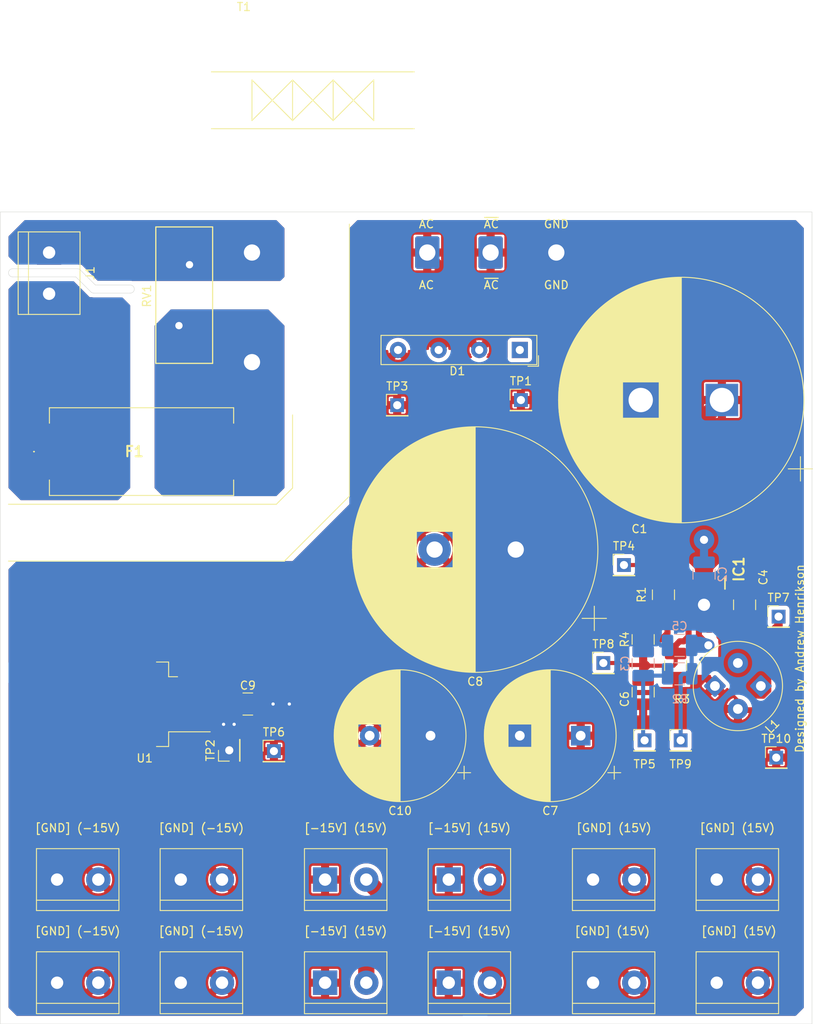
<source format=kicad_pcb>
(kicad_pcb (version 20171130) (host pcbnew "(5.1.6)-1")
  (layers (0 F.Cu signal) (31 B.Cu signal) (36 B.SilkS user) (37 F.SilkS user) (38 B.Mask user) (39 F.Mask user) (44 Edge.Cuts user))
  (net 0 "")
  (net 1 "Net-(C4-Pad1)")
  (net 2 "Net-(C5-Pad1)")
  (net 3 "Net-(C6-Pad2)")
  (net 4 "Net-(F1-Pad1)")
  (net 5 "Net-(F1-Pad2)")
  (net 6 "Net-(IC1-Pad4)")
  (net 7 /rect_ac_+)
  (net 8 -15VDC)
  (net 9 "Net-(C3-Pad1)")
  (net 10 15VDC)
  (net 11 GND)
  (net 12 /lowside_ac_2)
  (net 13 /lowside_ac_1)
  (net 14 "Net-(C4-Pad2)")
  (net 15 "Net-(J1-Pad1)")
  (net 16 /rect_ac_-)
  (module Capacitor_THT:CP_Radial_D30.0mm_P10.00mm_SnapIn (layer F.Cu) (at 88.9 -76.835 180)
    (fp_text reference C1 (at 10.16 -15.875) (layer F.SilkS))
    (fp_text value 8200uF)
    (pad 1 thru_hole rect (at 0 0 180) (size 4 4) (drill 3) (layers *.Cu *.Mask) (net 7 /rect_ac_+))
    (pad 2 thru_hole circle (at 10 0 180) (size 4 4) (drill 3) (layers *.Cu *.Mask) (net 11 GND))
  )
  (module Capacitor_SMD:C_1210_3225Metric_Pad1.42x2.65mm_HandSolder (layer B.Cu) (at 86.7 -55.37 90)
    (fp_text reference C2 (at 0 2.28 270) (layer B.SilkS) (effects (justify mirror)))
    (fp_text value 2.2u)
    (pad 2 smd roundrect (at 1.4875 0 90) (size 1.425 2.65) (layers B.Cu B.Paste B.Mask) (roundrect_rratio 0.175439) (net 7 /rect_ac_+))
    (pad 1 smd roundrect (at -1.4875 0 90) (size 1.425 2.65) (layers B.Cu B.Paste B.Mask) (roundrect_rratio 0.175439) (net 11 GND))
  )
  (module Capacitor_SMD:C_1210_3225Metric_Pad1.42x2.65mm_HandSolder (layer B.Cu) (at 79.2 -44.3825 90)
    (fp_text reference C3 (at 0 -2.2 270) (layer B.SilkS) (effects (justify mirror)))
    (fp_text value 3.3n)
    (pad 1 smd roundrect (at -1.4875 0 90) (size 1.425 2.65) (layers B.Cu B.Paste B.Mask) (roundrect_rratio 0.175439) (net 9 "Net-(C3-Pad1)"))
    (pad 2 smd roundrect (at 1.4875 0 90) (size 1.425 2.65) (layers B.Cu B.Paste B.Mask) (roundrect_rratio 0.175439) (net 11 GND))
  )
  (module Capacitor_SMD:C_1210_3225Metric_Pad1.42x2.65mm_HandSolder (layer F.Cu) (at 91.7 -51.62 90)
    (fp_text reference C4 (at 3.38 2.3 90) (layer F.SilkS))
    (fp_text value 100n)
    (pad 1 smd roundrect (at -1.4875 0 90) (size 1.425 2.65) (layers F.Cu F.Paste F.Mask) (roundrect_rratio 0.175439) (net 1 "Net-(C4-Pad1)"))
    (pad 2 smd roundrect (at 1.4875 0 90) (size 1.425 2.65) (layers F.Cu F.Paste F.Mask) (roundrect_rratio 0.175439) (net 14 "Net-(C4-Pad2)"))
  )
  (module Capacitor_SMD:C_1210_3225Metric_Pad1.42x2.65mm_HandSolder (layer B.Cu) (at 83.6875 -46.62 180)
    (fp_text reference C5 (at 0 2.38) (layer B.SilkS) (effects (justify mirror)))
    (fp_text value OPEN)
    (pad 2 smd roundrect (at 1.4875 0 180) (size 1.425 2.65) (layers B.Cu B.Paste B.Mask) (roundrect_rratio 0.175439) (net 11 GND))
    (pad 1 smd roundrect (at -1.4875 0 180) (size 1.425 2.65) (layers B.Cu B.Paste B.Mask) (roundrect_rratio 0.175439) (net 2 "Net-(C5-Pad1)"))
  )
  (module Capacitor_SMD:C_1210_3225Metric_Pad1.42x2.65mm_HandSolder (layer F.Cu) (at 79.2 -40.8575 90)
    (fp_text reference C6 (at -0.8575 -2.28 90) (layer F.SilkS))
    (fp_text value OPEN)
    (pad 1 smd roundrect (at -1.4875 0 90) (size 1.425 2.65) (layers F.Cu F.Paste F.Mask) (roundrect_rratio 0.175439) (net 10 15VDC))
    (pad 2 smd roundrect (at 1.4875 0 90) (size 1.425 2.65) (layers F.Cu F.Paste F.Mask) (roundrect_rratio 0.175439) (net 3 "Net-(C6-Pad2)"))
  )
  (module Capacitor_THT:CP_Radial_D16.0mm_P7.50mm (layer F.Cu) (at 71.5 -35.5 180)
    (fp_text reference C7 (at 3.75 -9.25) (layer F.SilkS))
    (fp_text value 1000u)
    (pad 1 thru_hole rect (at 0 0 180) (size 2.4 2.4) (drill 1.2) (layers *.Cu *.Mask) (net 10 15VDC))
    (pad 2 thru_hole circle (at 7.5 0 180) (size 2.4 2.4) (drill 1.2) (layers *.Cu *.Mask) (net 11 GND))
  )
  (module Capacitor_SMD:C_1210_3225Metric_Pad1.42x2.65mm_HandSolder (layer F.Cu) (at 30.4875 -39.4)
    (fp_text reference C9 (at 0 -2.28) (layer F.SilkS))
    (fp_text value 2.2u)
    (pad 1 smd roundrect (at -1.4875 0) (size 1.425 2.65) (layers F.Cu F.Paste F.Mask) (roundrect_rratio 0.175439) (net 16 /rect_ac_-))
    (pad 2 smd roundrect (at 1.4875 0) (size 1.425 2.65) (layers F.Cu F.Paste F.Mask) (roundrect_rratio 0.175439) (net 11 GND))
  )
  (module Diode_THT:Diode_Bridge_19.0x3.5x10.0mm_P5.0mm (layer F.Cu) (at 64 -83 180)
    (fp_text reference D1 (at 7.7 -2.6 180) (layer F.SilkS))
    (fp_text value D_Bridge_+AA-)
    (pad 4 thru_hole circle (at 15 0 180) (size 2 2) (drill 1) (layers *.Cu *.Mask) (net 16 /rect_ac_-))
    (pad 3 thru_hole circle (at 10 0 180) (size 2 2) (drill 1) (layers *.Cu *.Mask) (net 12 /lowside_ac_2))
    (pad 2 thru_hole circle (at 5 0 180) (size 2 2) (drill 1) (layers *.Cu *.Mask) (net 13 /lowside_ac_1))
    (pad 1 thru_hole rect (at 0 0 180) (size 2 2) (drill 1) (layers *.Cu *.Mask) (net 7 /rect_ac_+))
  )
  (module SamacSys_Parts:00318370 (layer F.Cu) (at 17.39 -70.485)
    (fp_text reference F1 (at -0.9 0) (layer F.SilkS) (effects (font (size 1.27 1.27) (thickness 0.254))))
    (fp_text value Fuse hide)
    (pad 1 smd rect (at -8.5 0 90) (size 6 6) (layers F.Cu F.Paste F.Mask) (net 4 "Net-(F1-Pad1)"))
    (pad 2 smd rect (at 8.5 0 90) (size 6 6) (layers F.Cu F.Paste F.Mask) (net 5 "Net-(F1-Pad2)"))
  )
  (module SOIC127P600X163-9N (layer F.Cu) (at 86.7 -51.62 270)
    (fp_text reference IC1 (at -4.38 -4.3 90) (layer F.SilkS) (effects (font (size 1.27 1.27) (thickness 0.254))))
    (fp_text value AP64350SP-13_alt hide)
    (pad 9 thru_hole rect (at 0 0 270) (size 2 3.35) (drill 1.5) (layers *.Cu *.Mask) (net 11 GND))
    (pad 8 smd rect (at 2.7 -1.905) (size 0.65 1.5) (layers F.Cu F.Paste F.Mask) (net 1 "Net-(C4-Pad1)"))
    (pad 7 smd rect (at 2.7 -0.635) (size 0.65 1.5) (layers F.Cu F.Paste F.Mask) (net 11 GND))
    (pad 6 smd rect (at 2.7 0.635) (size 0.65 1.5) (layers F.Cu F.Paste F.Mask) (net 2 "Net-(C5-Pad1)"))
    (pad 5 smd rect (at 2.7 1.905) (size 0.65 1.5) (layers F.Cu F.Paste F.Mask) (net 3 "Net-(C6-Pad2)"))
    (pad 4 smd rect (at -2.7 1.905) (size 0.65 1.5) (layers F.Cu F.Paste F.Mask) (net 6 "Net-(IC1-Pad4)"))
    (pad 3 smd rect (at -2.7 0.635) (size 0.65 1.5) (layers F.Cu F.Paste F.Mask) (net 7 /rect_ac_+))
    (pad 2 smd rect (at -2.7 -0.635) (size 0.65 1.5) (layers F.Cu F.Paste F.Mask) (net 7 /rect_ac_+))
    (pad 1 smd rect (at -2.7 -1.905) (size 0.65 1.5) (layers F.Cu F.Paste F.Mask) (net 14 "Net-(C4-Pad2)"))
  )
  (module TerminalBlock:TerminalBlock_bornier-2_P5.08mm (layer F.Cu) (at 6 -95 270)
    (fp_text reference J1 (at 2.54 -5.08 90) (layer F.SilkS))
    (fp_text value Screw_Terminal_01x02)
    (pad 1 thru_hole rect (at 0 0 270) (size 3 3) (drill 1.52) (layers *.Cu *.Mask) (net 15 "Net-(J1-Pad1)"))
    (pad 2 thru_hole circle (at 5.08 0 270) (size 3 3) (drill 1.52) (layers *.Cu *.Mask) (net 4 "Net-(F1-Pad1)"))
  )
  (module TerminalBlock:TerminalBlock_bornier-2_P5.08mm (layer F.Cu) (at 88.265 -5.08)
    (fp_text reference J2 hide)
    (fp_text value Screw_Terminal_01x02)
    (pad 2 thru_hole circle (at 5.08 0) (size 3 3) (drill 1.52) (layers *.Cu *.Mask) (net 10 15VDC))
    (pad 1 thru_hole rect (at 0 0) (size 3 3) (drill 1.52) (layers *.Cu *.Mask) (net 11 GND))
  )
  (module TerminalBlock:TerminalBlock_bornier-2_P5.08mm (layer F.Cu) (at 22.225 -17.78)
    (fp_text reference J3 hide)
    (fp_text value Screw_Terminal_01x02)
    (pad 1 thru_hole rect (at 0 0) (size 3 3) (drill 1.52) (layers *.Cu *.Mask) (net 11 GND))
    (pad 2 thru_hole circle (at 5.08 0) (size 3 3) (drill 1.52) (layers *.Cu *.Mask) (net 8 -15VDC))
  )
  (module TerminalBlock:TerminalBlock_bornier-2_P5.08mm (layer F.Cu) (at 40.005 -17.78)
    (fp_text reference J4 hide)
    (fp_text value Screw_Terminal_01x02)
    (pad 2 thru_hole circle (at 5.08 0) (size 3 3) (drill 1.52) (layers *.Cu *.Mask) (net 10 15VDC))
    (pad 1 thru_hole rect (at 0 0) (size 3 3) (drill 1.52) (layers *.Cu *.Mask) (net 8 -15VDC))
  )
  (module TerminalBlock:TerminalBlock_bornier-2_P5.08mm (layer F.Cu) (at 88.265 -17.78)
    (fp_text reference J5 hide)
    (fp_text value Screw_Terminal_01x02)
    (pad 1 thru_hole rect (at 0 0) (size 3 3) (drill 1.52) (layers *.Cu *.Mask) (net 11 GND))
    (pad 2 thru_hole circle (at 5.08 0) (size 3 3) (drill 1.52) (layers *.Cu *.Mask) (net 10 15VDC))
  )
  (module TerminalBlock:TerminalBlock_bornier-2_P5.08mm (layer F.Cu) (at 22.225 -5.08)
    (fp_text reference J6 hide)
    (fp_text value Screw_Terminal_01x02)
    (pad 2 thru_hole circle (at 5.08 0) (size 3 3) (drill 1.52) (layers *.Cu *.Mask) (net 8 -15VDC))
    (pad 1 thru_hole rect (at 0 0) (size 3 3) (drill 1.52) (layers *.Cu *.Mask) (net 11 GND))
  )
  (module TerminalBlock:TerminalBlock_bornier-2_P5.08mm (layer F.Cu) (at 55.245 -5.08)
    (fp_text reference J7 hide)
    (fp_text value Screw_Terminal_01x02)
    (pad 1 thru_hole rect (at 0 0) (size 3 3) (drill 1.52) (layers *.Cu *.Mask) (net 8 -15VDC))
    (pad 2 thru_hole circle (at 5.08 0) (size 3 3) (drill 1.52) (layers *.Cu *.Mask) (net 10 15VDC))
  )
  (module TerminalBlock:TerminalBlock_bornier-2_P5.08mm (layer F.Cu) (at 73.025 -5.08)
    (fp_text reference J8 hide)
    (fp_text value Screw_Terminal_01x02)
    (pad 1 thru_hole rect (at 0 0) (size 3 3) (drill 1.52) (layers *.Cu *.Mask) (net 11 GND))
    (pad 2 thru_hole circle (at 5.08 0) (size 3 3) (drill 1.52) (layers *.Cu *.Mask) (net 10 15VDC))
  )
  (module TerminalBlock:TerminalBlock_bornier-2_P5.08mm (layer F.Cu) (at 6.985 -5.08)
    (fp_text reference J9 hide)
    (fp_text value Screw_Terminal_01x02)
    (pad 2 thru_hole circle (at 5.08 0) (size 3 3) (drill 1.52) (layers *.Cu *.Mask) (net 8 -15VDC))
    (pad 1 thru_hole rect (at 0 0) (size 3 3) (drill 1.52) (layers *.Cu *.Mask) (net 11 GND))
  )
  (module TerminalBlock:TerminalBlock_bornier-2_P5.08mm (layer F.Cu) (at 55.245 -17.78)
    (fp_text reference J10 hide)
    (fp_text value Screw_Terminal_01x02)
    (pad 1 thru_hole rect (at 0 0) (size 3 3) (drill 1.52) (layers *.Cu *.Mask) (net 8 -15VDC))
    (pad 2 thru_hole circle (at 5.08 0) (size 3 3) (drill 1.52) (layers *.Cu *.Mask) (net 10 15VDC))
  )
  (module TerminalBlock:TerminalBlock_bornier-2_P5.08mm (layer F.Cu) (at 73.025 -17.78)
    (fp_text reference J11 hide)
    (fp_text value Screw_Terminal_01x02)
    (pad 2 thru_hole circle (at 5.08 0) (size 3 3) (drill 1.52) (layers *.Cu *.Mask) (net 10 15VDC))
    (pad 1 thru_hole rect (at 0 0) (size 3 3) (drill 1.52) (layers *.Cu *.Mask) (net 11 GND))
  )
  (module TerminalBlock:TerminalBlock_bornier-2_P5.08mm (layer F.Cu) (at 6.985 -17.78)
    (fp_text reference J12 hide)
    (fp_text value Screw_Terminal_01x02)
    (pad 1 thru_hole rect (at 0 0) (size 3 3) (drill 1.52) (layers *.Cu *.Mask) (net 11 GND))
    (pad 2 thru_hole circle (at 5.08 0) (size 3 3) (drill 1.52) (layers *.Cu *.Mask) (net 8 -15VDC))
  )
  (module TerminalBlock:TerminalBlock_bornier-2_P5.08mm (layer F.Cu) (at 40.005 -5.08)
    (fp_text reference J13 hide)
    (fp_text value Screw_Terminal_01x02)
    (pad 2 thru_hole circle (at 5.08 0) (size 3 3) (drill 1.52) (layers *.Cu *.Mask) (net 10 15VDC))
    (pad 1 thru_hole rect (at 0 0) (size 3 3) (drill 1.52) (layers *.Cu *.Mask) (net 8 -15VDC))
  )
  (module SamacSys_Parts:12RS333C (layer F.Cu) (at 93.7 -41.62 225)
    (fp_text reference L1 (at 2.5 -4.5 45) (layer F.SilkS))
    (fp_text value 33u)
    (pad 4 thru_hole circle (at 4 0 225) (size 2.5 2.5) (drill 1.2) (layers *.Cu *.Mask) (net 10 15VDC))
    (pad 3 thru_hole circle (at 0 4 225) (size 2.5 2.5) (drill 1.2) (layers *.Cu *.Mask) (net 1 "Net-(C4-Pad1)"))
    (pad 2 thru_hole roundrect (at 4 4 225) (size 2 2) (drill 1.2) (layers *.Cu *.Mask) (roundrect_rratio 0.1) (net 10 15VDC))
    (pad 1 thru_hole roundrect (at 0 0 225) (size 2 2) (drill 1.2) (layers *.Cu *.Mask) (roundrect_rratio 0.1) (net 1 "Net-(C4-Pad1)"))
  )
  (module Capacitor_SMD:C_1210_3225Metric_Pad1.42x2.65mm_HandSolder (layer F.Cu) (at 81.7 -52.8575 270)
    (fp_text reference R1 (at 0 2.7 90) (layer F.SilkS))
    (fp_text value 220k)
    (pad 2 smd roundrect (at 1.4875 0 270) (size 1.425 2.65) (layers F.Cu F.Paste F.Mask) (roundrect_rratio 0.175439) (net 11 GND))
    (pad 1 smd roundrect (at -1.4875 0 270) (size 1.425 2.65) (layers F.Cu F.Paste F.Mask) (roundrect_rratio 0.175439) (net 6 "Net-(IC1-Pad4)"))
  )
  (module Capacitor_SMD:C_1210_3225Metric_Pad1.42x2.65mm_HandSolder (layer B.Cu) (at 83.7 -43.12 180)
    (fp_text reference R2 (at 0 -3.12 180) (layer B.SilkS) (effects (justify mirror)))
    (fp_text value 14k)
    (pad 2 smd roundrect (at 1.4875 0 180) (size 1.425 2.65) (layers B.Cu B.Paste B.Mask) (roundrect_rratio 0.175439) (net 9 "Net-(C3-Pad1)"))
    (pad 1 smd roundrect (at -1.4875 0 180) (size 1.425 2.65) (layers B.Cu B.Paste B.Mask) (roundrect_rratio 0.175439) (net 2 "Net-(C5-Pad1)"))
  )
  (module Capacitor_SMD:C_1210_3225Metric_Pad1.42x2.65mm_HandSolder (layer F.Cu) (at 83.2 -44.1325 90)
    (fp_text reference R3 (at -4.1325 0.8 180) (layer F.SilkS))
    (fp_text value 17.8k)
    (pad 1 smd roundrect (at -1.4875 0 90) (size 1.425 2.65) (layers F.Cu F.Paste F.Mask) (roundrect_rratio 0.175439) (net 10 15VDC))
    (pad 2 smd roundrect (at 1.4875 0 90) (size 1.425 2.65) (layers F.Cu F.Paste F.Mask) (roundrect_rratio 0.175439) (net 3 "Net-(C6-Pad2)"))
  )
  (module Capacitor_SMD:C_1210_3225Metric_Pad1.42x2.65mm_HandSolder (layer F.Cu) (at 79.2 -47.3575 90)
    (fp_text reference R4 (at 0 -2.28 90) (layer F.SilkS))
    (fp_text value 1k)
    (pad 2 smd roundrect (at 1.4875 0 90) (size 1.425 2.65) (layers F.Cu F.Paste F.Mask) (roundrect_rratio 0.175439) (net 11 GND))
    (pad 1 smd roundrect (at -1.4875 0 90) (size 1.425 2.65) (layers F.Cu F.Paste F.Mask) (roundrect_rratio 0.175439) (net 3 "Net-(C6-Pad2)"))
  )
  (module Varistor:RV_Disc_D16.5mm_W6.7mm_P7.5mm (layer F.Cu) (at 22 -86 90)
    (fp_text reference RV1 (at 3.65 -3.95 90) (layer F.SilkS))
    (fp_text value Varistor)
    (pad 1 thru_hole circle (at 0 0 90) (size 1.8 1.8) (drill 0.9) (layers *.Cu *.Mask) (net 5 "Net-(F1-Pad2)"))
    (pad 2 thru_hole circle (at 7.5 1.3 90) (size 1.8 1.8) (drill 0.9) (layers *.Cu *.Mask) (net 15 "Net-(J1-Pad1)"))
  )
  (module Capacitor_THT:CP_Radial_D30.0mm_P10.00mm_SnapIn (layer F.Cu) (at 63.5 -58.42 180)
    (fp_text reference C8 (at 5 -16.25) (layer F.SilkS))
    (fp_text value 8200uF)
    (pad 1 thru_hole rect (at 0 0 180) (size 4 4) (drill 2) (layers *.Cu *.Mask) (net 11 GND))
    (pad 2 thru_hole circle (at 10 0 180) (size 4 4) (drill 2) (layers *.Cu *.Mask) (net 16 /rect_ac_-))
  )
  (module Capacitor_THT:CP_Radial_D16.0mm_P7.50mm (layer F.Cu) (at 53 -35.5 180)
    (fp_text reference C10 (at 3.75 -9.25) (layer F.SilkS))
    (fp_text value 1000u)
    (pad 1 thru_hole rect (at 0 0 180) (size 2.4 2.4) (drill 1.2) (layers *.Cu *.Mask) (net 11 GND))
    (pad 2 thru_hole circle (at 7.5 0 180) (size 2.4 2.4) (drill 1.2) (layers *.Cu *.Mask) (net 8 -15VDC))
  )
  (module Connector_PinHeader_2.54mm:PinHeader_1x01_P2.54mm_Vertical (layer F.Cu) (at 64.135 -76.835)
    (fp_text reference TP1 (at 0 -2.33) (layer F.SilkS))
    (fp_text value TestPoint)
    (pad 1 thru_hole rect (at 0 0) (size 1.7 1.7) (drill 1) (layers *.Cu *.Mask) (net 7 /rect_ac_+))
  )
  (module Connector_PinHeader_2.54mm:PinHeader_1x01_P2.54mm_Vertical (layer F.Cu) (at 48.895 -76.2)
    (fp_text reference TP3 (at 0 -2.33) (layer F.SilkS))
    (fp_text value TestPoint)
    (pad 1 thru_hole rect (at 0 0) (size 1.7 1.7) (drill 1) (layers *.Cu *.Mask) (net 16 /rect_ac_-))
  )
  (module Connector_PinHeader_2.54mm:PinHeader_1x01_P2.54mm_Vertical (layer F.Cu) (at 76.835 -56.515)
    (fp_text reference TP4 (at 0 -2.33) (layer F.SilkS))
    (fp_text value TestPoint)
    (pad 1 thru_hole rect (at 0 0) (size 1.7 1.7) (drill 1) (layers *.Cu *.Mask) (net 6 "Net-(IC1-Pad4)"))
  )
  (module Connector_PinHeader_2.54mm:PinHeader_1x01_P2.54mm_Vertical (layer F.Cu) (at 79.375 -34.925)
    (fp_text reference TP5 (at 0 2.925) (layer F.SilkS))
    (fp_text value TestPoint)
    (pad 1 thru_hole rect (at 0 0) (size 1.7 1.7) (drill 1) (layers *.Cu *.Mask) (net 9 "Net-(C3-Pad1)"))
  )
  (module Connector_PinHeader_2.54mm:PinHeader_1x01_P2.54mm_Vertical (layer F.Cu) (at 95.885 -50.165)
    (fp_text reference TP7 (at 0 -2.33) (layer F.SilkS))
    (fp_text value TestPoint)
    (pad 1 thru_hole rect (at 0 0) (size 1.7 1.7) (drill 1) (layers *.Cu *.Mask) (net 1 "Net-(C4-Pad1)"))
  )
  (module Connector_PinHeader_2.54mm:PinHeader_1x01_P2.54mm_Vertical (layer F.Cu) (at 74.295 -44.45)
    (fp_text reference TP8 (at 0 -2.33) (layer F.SilkS))
    (fp_text value TestPoint)
    (pad 1 thru_hole rect (at 0 0) (size 1.7 1.7) (drill 1) (layers *.Cu *.Mask) (net 3 "Net-(C6-Pad2)"))
  )
  (module Connector_PinHeader_2.54mm:PinHeader_1x01_P2.54mm_Vertical (layer F.Cu) (at 83.82 -34.925)
    (fp_text reference TP9 (at 0 2.925) (layer F.SilkS))
    (fp_text value TestPoint)
    (pad 1 thru_hole rect (at 0 0) (size 1.7 1.7) (drill 1) (layers *.Cu *.Mask) (net 2 "Net-(C5-Pad1)"))
  )
  (module Package_TO_SOT_SMD:TO-263-3_TabPin2 (layer F.Cu) (at 17.78 -39.37 180)
    (fp_text reference U1 (at 0 -6.65) (layer F.SilkS))
    (fp_text value 926-LM2990SX-15/NOPB)
    (pad 1 smd rect (at -5.775 -2.54 180) (size 4.6 1.1) (layers F.Cu F.Paste F.Mask) (net 11 GND))
    (pad 2 smd rect (at -5.775 0 180) (size 4.6 1.1) (layers F.Cu F.Paste F.Mask) (net 16 /rect_ac_-))
    (pad 3 smd rect (at -5.775 2.54 180) (size 4.6 1.1) (layers F.Cu F.Paste F.Mask) (net 8 -15VDC))
    (pad 2 smd rect (at 3.375 0 180) (size 9.4 10.8) (layers F.Cu F.Mask) (net 16 /rect_ac_-))
  )
  (module SamacSys_Parts:Transformer_Entry (layer F.Cu) (at 31 -121.25)
    (fp_text reference T1 (at -1 -4) (layer F.SilkS))
    (fp_text value "120rms:28rms 3.6A")
    (pad 1 thru_hole roundrect (at 0 39.75 90) (size 3 4) (drill 2) (layers *.Cu *.Mask) (roundrect_rratio 0.1) (net 5 "Net-(F1-Pad2)"))
    (pad 2 thru_hole roundrect (at 0 26.25 90) (size 3 4) (drill 2) (layers *.Cu *.Mask) (roundrect_rratio 0.1) (net 15 "Net-(J1-Pad1)"))
    (pad 3 thru_hole roundrect (at 21.6 26.25) (size 3 4) (drill 2) (layers *.Cu *.Mask) (roundrect_rratio 0.1) (net 12 /lowside_ac_2))
    (pad 4 thru_hole roundrect (at 37.5 26.25) (size 3 4) (drill 2) (layers *.Cu *.Mask) (roundrect_rratio 0.1) (net 11 GND))
    (pad 5 thru_hole roundrect (at 29.4 26.25) (size 3 4) (drill 2) (layers *.Cu *.Mask) (roundrect_rratio 0.1) (net 13 /lowside_ac_1))
  )
  (module Connector_PinHeader_2.54mm:PinHeader_1x01_P2.54mm_Vertical (layer F.Cu) (at 28.2 -33.7 90)
    (fp_text reference TP2 (at 0 -2.33 90) (layer F.SilkS))
    (fp_text value TestPoint)
    (pad 1 thru_hole rect (at 0 0 90) (size 1.7 1.7) (drill 1) (layers *.Cu *.Mask) (net 11 GND))
  )
  (module Connector_PinHeader_2.54mm:PinHeader_1x01_P2.54mm_Vertical (layer F.Cu) (at 33.7 -33.6)
    (fp_text reference TP6 (at 0 -2.33) (layer F.SilkS))
    (fp_text value TestPoint)
    (pad 1 thru_hole rect (at 0 0) (size 1.7 1.7) (drill 1) (layers *.Cu *.Mask) (net 8 -15VDC))
  )
  (module Connector_PinHeader_2.54mm:PinHeader_1x01_P2.54mm_Vertical (layer F.Cu) (at 95.6 -32.8)
    (fp_text reference TP10 (at 0 -2.33) (layer F.SilkS))
    (fp_text value TestPoint)
    (pad 1 thru_hole rect (at 0 0) (size 1.7 1.7) (drill 1) (layers *.Cu *.Mask) (net 10 15VDC))
  )
  (gr_text "[GND] (-15V)" (at 9.525 -24.13) (layer F.SilkS) (effects (font (size 1 1))))
  (gr_text "[GND] (-15V)" (at 9.525 -11.43) (layer F.SilkS) (effects (font (size 1 1))))
  (gr_text "[GND] (-15V)" (at 24.765 -11.43) (layer F.SilkS) (effects (font (size 1 1))))
  (gr_text "[GND] (-15V)" (at 24.765 -24.13) (layer F.SilkS) (effects (font (size 1 1))))
  (gr_text "[-15V] (15V)" (at 42.545 -11.43) (layer F.SilkS) (effects (font (size 1 1))))
  (gr_text "[-15V] (15V)" (at 57.785 -11.43) (layer F.SilkS) (effects (font (size 1 1))))
  (gr_text "[-15V] (15V)" (at 42.545 -24.13) (layer F.SilkS) (effects (font (size 1 1))))
  (gr_text "[-15V] (15V)" (at 57.785 -24.13) (layer F.SilkS) (effects (font (size 1 1))))
  (gr_text "[GND] (15V)" (at 91 -11.43) (layer F.SilkS) (effects (font (size 1 1))))
  (gr_text "[GND] (15V)" (at 75.4 -11.43) (layer F.SilkS) (effects (font (size 1 1))))
  (gr_text "[GND] (15V)" (at 75.6 -24.13) (layer F.SilkS) (effects (font (size 1 1))))
  (gr_text "[GND] (15V)" (at 90.8 -24.13) (layer F.SilkS) (effects (font (size 1 1))))
  (gr_text GND (at 68.5 -91) (layer F.SilkS) (effects (font (size 1 1))))
  (gr_text GND (at 68.5 -98.5) (layer F.SilkS) (effects (font (size 1 1))))
  (gr_text ~AC (at 60.5 -98.5) (layer F.SilkS) (effects (font (size 1 1))))
  (gr_text AC (at 52.5 -98.5) (layer F.SilkS) (effects (font (size 1 1))))
  (gr_text ~AC (at 60.5 -91) (layer F.SilkS) (effects (font (size 1 1))))
  (gr_text AC (at 52.5 -91) (layer F.SilkS) (effects (font (size 1 1))))
  (gr_line (start 36 -75) (end 36 -66) (layer F.SilkS) (width 0.12))
  (gr_line (start 35 -57) (end 1 -57) (layer F.SilkS) (width 0.12))
  (gr_line (start 43 -65) (end 35 -57) (layer F.SilkS) (width 0.12))
  (gr_line (start 43 -98.5) (end 43 -65) (layer F.SilkS) (width 0.12))
  (gr_line (start 34 -64) (end 1 -64) (layer F.SilkS) (width 0.12))
  (gr_line (start 36 -66) (end 34 -64) (layer F.SilkS) (width 0.12))
  (gr_arc (start 9.5 -92.5) (end 9.799999 -92.9) (angle -36.86989765) (layer Edge.Cuts) (width 0.05))
  (gr_line (start 1.5 -92) (end 9.3 -92) (layer Edge.Cuts) (width 0.05))
  (gr_arc (start 11.5 -90.5) (end 11.200001 -90.1) (angle -36.86989765) (layer Edge.Cuts) (width 0.05))
  (gr_line (start 16 -91) (end 11.7 -91) (layer Edge.Cuts) (width 0.05))
  (gr_line (start 9.8 -92.9) (end 11.7 -91) (layer Edge.Cuts) (width 0.05))
  (gr_line (start 11.2 -90.1) (end 9.3 -92) (layer Edge.Cuts) (width 0.05))
  (gr_line (start 11.5 -90) (end 16 -90) (layer Edge.Cuts) (width 0.05))
  (gr_arc (start 16 -90.5) (end 16 -90) (angle -180) (layer Edge.Cuts) (width 0.05))
  (gr_line (start 1.5 -93) (end 9.5 -93) (layer Edge.Cuts) (width 0.05))
  (gr_arc (start 1.5 -92.5) (end 1.5 -93) (angle -180) (layer Edge.Cuts) (width 0.05))
  (gr_line (start 0 -100) (end 100 -100) (layer Edge.Cuts) (width 0.05))
  (gr_line (start 100 0) (end 0 0) (layer Edge.Cuts) (width 0.05))
  (gr_line (start 0 -100) (end 0 0) (layer Edge.Cuts) (width 0.05))
  (gr_line (start 100 -100) (end 100 0) (layer Edge.Cuts) (width 0.05))
  (gr_text "Designed by Andrew Henrikson" (at 98.5 -45 90) (layer F.SilkS) (effects (font (size 1 1))))
  (segment (start 88.605 -48.92) (end 88.605 -47.715) (width 0.75) (layer F.Cu) (net 1))
  (segment (start 88.605 -47.715) (end 88.95 -47.37) (width 0.75) (layer F.Cu) (net 1))
  (segment (start 88.95 -47.37) (end 90.45 -47.37) (width 0.75) (layer F.Cu) (net 1))
  (segment (start 90.45 -47.37) (end 91.7 -48.62) (width 0.75) (layer F.Cu) (net 1))
  (segment (start 91.7 -50.1325) (end 91.7 -48.62) (width 1) (layer F.Cu) (net 1))
  (segment (start 91.7 -48.62) (end 91.78 -48.62) (width 1) (layer F.Cu) (net 1))
  (segment (start 91.78 -48.62) (end 93 -47.4) (width 1) (layer F.Cu) (net 1))
  (segment (start 93 -47.4) (end 94.2 -47.4) (width 1) (layer F.Cu) (net 1))
  (segment (start 95.885 -49.085) (end 95.885 -50.165) (width 1) (layer F.Cu) (net 1))
  (segment (start 94.2 -47.4) (end 95.885 -49.085) (width 1) (layer F.Cu) (net 1))
  (via (at 87.24 -46.63) (size 1.5) (drill 1) (layers F.Cu B.Cu) (net 2))
  (segment (start 86.065 -47.805) (end 87.24 -46.63) (width 0.75) (layer F.Cu) (net 2))
  (segment (start 86.065 -48.92) (end 86.065 -47.805) (width 0.75) (layer F.Cu) (net 2))
  (segment (start 85.1875 -46.6075) (end 85.175 -46.62) (width 0.25) (layer B.Cu) (net 2))
  (segment (start 85.1875 -43.37) (end 85.1875 -46.6075) (width 0.25) (layer B.Cu) (net 2))
  (segment (start 83.82 -34.925) (end 83.82 -42.82) (width 0.5) (layer B.Cu) (net 2))
  (segment (start 84.12 -43.12) (end 85.1875 -43.12) (width 0.5) (layer B.Cu) (net 2))
  (segment (start 83.82 -42.82) (end 84.12 -43.12) (width 0.5) (layer B.Cu) (net 2))
  (segment (start 85.175 -43.1325) (end 85.1875 -43.12) (width 0.5) (layer B.Cu) (net 2))
  (segment (start 85.175 -46.62) (end 85.175 -43.1325) (width 0.5) (layer B.Cu) (net 2))
  (segment (start 85.1875 -43.12) (end 84.38 -43.12) (width 0.5) (layer B.Cu) (net 2))
  (segment (start 84.795 -48.92) (end 84.795 -47.715) (width 0.75) (layer F.Cu) (net 3))
  (segment (start 84.795 -47.715) (end 84.2 -47.12) (width 0.75) (layer F.Cu) (net 3))
  (segment (start 84.2 -47.12) (end 83.7 -47.12) (width 0.75) (layer F.Cu) (net 3))
  (segment (start 83.2 -46.62) (end 83.2 -45.62) (width 0.75) (layer F.Cu) (net 3))
  (segment (start 83.7 -47.12) (end 83.2 -46.62) (width 0.75) (layer F.Cu) (net 3))
  (segment (start 79.2 -45.87) (end 79.2 -44.87) (width 0.5) (layer F.Cu) (net 3))
  (segment (start 79.95 -44.12) (end 82.95 -44.12) (width 0.5) (layer F.Cu) (net 3))
  (segment (start 83.2 -44.37) (end 83.2 -45.62) (width 0.5) (layer F.Cu) (net 3))
  (segment (start 82.95 -44.12) (end 83.2 -44.37) (width 0.5) (layer F.Cu) (net 3))
  (segment (start 79.95 -44.12) (end 79.2 -43.37) (width 0.5) (layer F.Cu) (net 3))
  (segment (start 79.2 -42.345) (end 79.2 -43.37) (width 0.5) (layer F.Cu) (net 3))
  (segment (start 79.7 -44.37) (end 79.45 -44.12) (width 0.5) (layer F.Cu) (net 3))
  (segment (start 79.2 -44.87) (end 79.7 -44.37) (width 0.5) (layer F.Cu) (net 3))
  (segment (start 79.7 -44.37) (end 79.95 -44.12) (width 0.5) (layer F.Cu) (net 3))
  (segment (start 79.2 -42.345) (end 79.2 -45.87) (width 1) (layer F.Cu) (net 3))
  (segment (start 79.2 -44.2) (end 76.3 -44.2) (width 0.5) (layer F.Cu) (net 3))
  (segment (start 79.2 -43.37) (end 79.2 -44.2) (width 0.5) (layer F.Cu) (net 3))
  (segment (start 79.2 -44.2) (end 79.2 -45.87) (width 0.5) (layer F.Cu) (net 3))
  (segment (start 76.05 -44.45) (end 74.295 -44.45) (width 0.5) (layer F.Cu) (net 3))
  (segment (start 76.3 -44.2) (end 76.05 -44.45) (width 0.5) (layer F.Cu) (net 3))
  (segment (start 82.08 -56) (end 81.7 -55.62) (width 0.75) (layer F.Cu) (net 6))
  (segment (start 84.4 -56) (end 82.08 -56) (width 0.75) (layer F.Cu) (net 6))
  (segment (start 84.795 -54.32) (end 84.795 -55.605) (width 0.75) (layer F.Cu) (net 6))
  (segment (start 81.7 -55.62) (end 81.7 -54.345) (width 0.75) (layer F.Cu) (net 6))
  (segment (start 84.795 -55.605) (end 84.4 -56) (width 0.75) (layer F.Cu) (net 6))
  (segment (start 81.565 -56.515) (end 82.08 -56) (width 0.5) (layer F.Cu) (net 6))
  (segment (start 76.835 -56.515) (end 81.565 -56.515) (width 0.5) (layer F.Cu) (net 6))
  (via (at 86.7 -59.62) (size 2.54) (drill 1) (layers F.Cu B.Cu) (net 7))
  (segment (start 86.95 -56.87) (end 86.7 -57.12) (width 1) (layer B.Cu) (net 7))
  (segment (start 87.335 -54.205) (end 87.335 -55.87) (width 0.75) (layer F.Cu) (net 7))
  (segment (start 86.065 -54.455) (end 86.065 -55.87) (width 0.75) (layer F.Cu) (net 7))
  (segment (start 86.7 -56.8575) (end 86.7 -59.62) (width 1) (layer B.Cu) (net 7))
  (segment (start 86.7 -74.635) (end 88.9 -76.835) (width 2) (layer F.Cu) (net 7))
  (segment (start 86.7 -59.62) (end 86.7 -74.635) (width 2) (layer F.Cu) (net 7))
  (segment (start 86.7 -59.62) (end 86.7 -57.2) (width 2.5) (layer F.Cu) (net 7))
  (segment (start 86.7 -57.2) (end 86.7 -58.2) (width 2) (layer F.Cu) (net 7))
  (segment (start 87.335 -56.565) (end 86.7 -57.2) (width 1) (layer F.Cu) (net 7))
  (segment (start 87.335 -55.87) (end 87.335 -56.565) (width 1) (layer F.Cu) (net 7))
  (segment (start 86.065 -56.565) (end 86.7 -57.2) (width 1) (layer F.Cu) (net 7))
  (segment (start 86.065 -55.87) (end 86.065 -56.565) (width 1) (layer F.Cu) (net 7))
  (segment (start 87.335 -50.985) (end 86.7 -51.62) (width 1) (layer F.Cu) (net 11))
  (segment (start 87.335 -48.92) (end 87.335 -50.985) (width 0.6) (layer F.Cu) (net 11))
  (segment (start 82.2 -49.62) (end 82.95 -49.62) (width 0.75) (layer F.Cu) (net 11))
  (segment (start 82.95 -49.62) (end 84.95 -51.62) (width 0.75) (layer F.Cu) (net 11))
  (segment (start 81.7 -51.37) (end 81.7 -50.12) (width 0.75) (layer F.Cu) (net 11))
  (segment (start 84.95 -51.62) (end 86.7 -51.62) (width 0.75) (layer F.Cu) (net 11))
  (segment (start 81.7 -50.12) (end 82.2 -49.62) (width 0.75) (layer F.Cu) (net 11))
  (segment (start 82.2 -49.62) (end 82.2 -48.12) (width 0.75) (layer F.Cu) (net 11))
  (segment (start 82.2 -48.12) (end 81.45 -47.37) (width 0.75) (layer F.Cu) (net 11))
  (segment (start 81.45 -47.37) (end 79.45 -47.37) (width 0.75) (layer F.Cu) (net 11))
  (segment (start 79.2 -47.62) (end 79.2 -48.845) (width 0.75) (layer F.Cu) (net 11))
  (segment (start 79.45 -47.37) (end 79.2 -47.62) (width 0.75) (layer F.Cu) (net 11))
  (segment (start 80.975 -42.895) (end 79.2 -42.895) (width 0.25) (layer B.Cu) (net 9))
  (segment (start 81.9875 -42.895) (end 82.2125 -43.12) (width 0.5) (layer B.Cu) (net 9))
  (segment (start 79.2 -42.895) (end 81.9875 -42.895) (width 0.5) (layer B.Cu) (net 9))
  (segment (start 79.2 -35.1) (end 79.375 -34.925) (width 0.5) (layer B.Cu) (net 9))
  (segment (start 79.2 -42.895) (end 79.2 -35.1) (width 0.5) (layer B.Cu) (net 9))
  (segment (start 83.2 -42.645) (end 83.2 -41.37) (width 0.75) (layer F.Cu) (net 10))
  (segment (start 83.2 -41.37) (end 84.7 -39.87) (width 0.75) (layer F.Cu) (net 10))
  (segment (start 86.293146 -39.87) (end 88.043146 -41.62) (width 0.75) (layer F.Cu) (net 10))
  (segment (start 84.7 -39.87) (end 86.293146 -39.87) (width 0.75) (layer F.Cu) (net 10))
  (segment (start 79.2 -39.37) (end 79.2 -37.7) (width 1) (layer F.Cu) (net 10))
  (segment (start 45.085 -17.78) (end 50.365 -12.5) (width 2) (layer F.Cu) (net 10))
  (segment (start 60.325 -13.825) (end 60.325 -17.78) (width 2) (layer F.Cu) (net 10))
  (segment (start 59 -12.5) (end 60.325 -13.825) (width 2) (layer F.Cu) (net 10))
  (segment (start 45.085 -7.22) (end 50.365 -12.5) (width 2) (layer F.Cu) (net 10))
  (segment (start 45.085 -5.08) (end 45.085 -7.22) (width 2) (layer F.Cu) (net 10))
  (segment (start 50.365 -12.5) (end 57 -12.5) (width 2) (layer F.Cu) (net 10))
  (segment (start 57 -12.5) (end 59 -12.5) (width 2) (layer F.Cu) (net 10))
  (segment (start 60.325 -9.175) (end 60.325 -5.08) (width 2) (layer F.Cu) (net 10))
  (segment (start 57 -12.5) (end 60.325 -9.175) (width 2) (layer F.Cu) (net 10))
  (via (at 33.6 -39.4) (size 0.8) (drill 0.4) (layers F.Cu B.Cu) (net 11))
  (segment (start 31.975 -39.4) (end 33.6 -39.4) (width 1) (layer F.Cu) (net 11))
  (via (at 28.8 -36.9) (size 0.8) (drill 0.4) (layers F.Cu B.Cu) (net 11))
  (via (at 27.5 -36.9) (size 0.8) (drill 0.4) (layers F.Cu B.Cu) (net 11))
  (via (at 35.6 -39.4) (size 0.8) (drill 0.4) (layers F.Cu B.Cu) (net 11))
  (segment (start 33.6 -39.4) (end 35.6 -39.4) (width 1) (layer F.Cu) (net 11))
  (segment (start 27.43 -36.83) (end 27.5 -36.9) (width 1) (layer F.Cu) (net 11))
  (segment (start 23.555 -36.83) (end 27.43 -36.83) (width 1) (layer F.Cu) (net 11))
  (segment (start 81.38 -46.62) (end 82.2 -46.62) (width 0.5) (layer B.Cu) (net 11))
  (segment (start 79.5 -47.5) (end 80.5 -47.5) (width 0.5) (layer B.Cu) (net 11))
  (segment (start 80.5 -47.5) (end 81.38 -46.62) (width 0.5) (layer B.Cu) (net 11))
  (segment (start 79.2 -45.87) (end 79.2 -47.2) (width 0.5) (layer B.Cu) (net 11))
  (segment (start 79.2 -47.2) (end 79.5 -47.5) (width 0.5) (layer B.Cu) (net 11))
  (segment (start 28.3 -36.9) (end 28.3 -33.8) (width 1) (layer F.Cu) (net 11))
  (segment (start 28.8 -36.9) (end 28.3 -36.9) (width 1) (layer F.Cu) (net 11))
  (segment (start 28.3 -33.8) (end 28.2 -33.7) (width 1) (layer F.Cu) (net 11))
  (segment (start 28.3 -36.9) (end 27.5 -36.9) (width 1) (layer F.Cu) (net 11))
  (segment (start 27.5 -34.4) (end 28.2 -33.7) (width 1) (layer F.Cu) (net 11))
  (segment (start 27.5 -36.9) (end 27.5 -34.4) (width 1) (layer F.Cu) (net 11))
  (segment (start 28.8 -34.3) (end 28.2 -33.7) (width 1) (layer F.Cu) (net 11))
  (segment (start 28.8 -36.9) (end 28.8 -34.3) (width 1) (layer F.Cu) (net 11))
  (segment (start 54 -93.6) (end 52.6 -95) (width 1) (layer F.Cu) (net 12))
  (segment (start 54 -83) (end 54 -93.6) (width 1) (layer F.Cu) (net 12))
  (segment (start 88.605 -54.32) (end 88.605 -55.525) (width 0.75) (layer F.Cu) (net 14))
  (segment (start 91.7 -55.62) (end 91.7 -53.1075) (width 0.75) (layer F.Cu) (net 14))
  (segment (start 88.605 -55.525) (end 89.2 -56.12) (width 0.75) (layer F.Cu) (net 14))
  (segment (start 89.2 -56.12) (end 91.2 -56.12) (width 0.75) (layer F.Cu) (net 14))
  (segment (start 91.2 -56.12) (end 91.7 -55.62) (width 0.75) (layer F.Cu) (net 14))
  (segment (start 23.555 -39.37) (end 14.405 -39.37) (width 1) (layer F.Cu) (net 16))
  (segment (start 28.97 -39.37) (end 29 -39.4) (width 1) (layer F.Cu) (net 16))
  (segment (start 23.555 -39.37) (end 28.97 -39.37) (width 1) (layer F.Cu) (net 16))
  (segment (start 14.405 -39.37) (end 14.405 -46.595) (width 2) (layer F.Cu) (net 16))
  (segment (start 17.5 -42.465) (end 14.405 -39.37) (width 2) (layer F.Cu) (net 16))
  (segment (start 17.5 -47.5) (end 17.5 -42.465) (width 2) (layer F.Cu) (net 16))
  (segment (start 11.5 -42.275) (end 14.405 -39.37) (width 2) (layer F.Cu) (net 16))
  (segment (start 11.5 -47.5) (end 11.5 -42.275) (width 2) (layer F.Cu) (net 16))
  (zone (net 15) (net_name "Net-(J1-Pad1)") (layer F.Cu) (connect_pads yes (clearance 0.5)) (min_thickness 0.254) (fill yes (arc_segments 32) (thermal_gap 0.508) (thermal_bridge_width 0.508) (smoothing fillet) (radius 0.1))
    (polygon (pts (xy 35 -98) (xy 35 -92) (xy 34.5 -91.5) (xy 12 -91.5) (xy 10 -93.5) (xy 2 -93.5) (xy 1 -94.5) (xy 1 -97) (xy 3 -99) (xy 34 -99)))
  )
  (zone (net 4) (net_name "Net-(F1-Pad1)") (layer F.Cu) (connect_pads yes (clearance 0.508)) (min_thickness 0.254) (fill yes (arc_segments 32) (thermal_gap 0.508) (thermal_bridge_width 0.508))
    (polygon (pts (xy 11 -89.5) (xy 15 -89.5) (xy 16 -88.5) (xy 16 -66) (xy 14.5 -64.5) (xy 2.5 -64.5) (xy 1 -66) (xy 1 -90.5) (xy 2 -91.5) (xy 9 -91.5)))
  )
  (zone (net 5) (net_name "Net-(F1-Pad2)") (layer F.Cu) (connect_pads yes (clearance 0.508)) (min_thickness 0.254) (fill yes (arc_segments 32) (thermal_gap 0.508) (thermal_bridge_width 0.508))
    (polygon (pts (xy 35 -86) (xy 35 -66) (xy 34 -65) (xy 20 -65) (xy 19 -66) (xy 19 -86) (xy 21 -88) (xy 33 -88)))
  )
  (zone (net 2) (net_name "Net-(C5-Pad1)") (layer B.Cu) (connect_pads yes (clearance 0.508)) (min_thickness 0.254) (fill yes (arc_segments 32) (thermal_gap 0.508) (thermal_bridge_width 0.508))
    (polygon (pts (xy 87.45 -47.37) (xy 87.44 -45.9) (xy 85.7 -45.37) (xy 85.7 -47.87)))
  )
  (zone (net 1) (net_name "Net-(C4-Pad1)") (layer F.Cu) (connect_pads yes (clearance 0.508)) (min_thickness 0.254) (fill yes (arc_segments 32) (thermal_gap 0.508) (thermal_bridge_width 0.508))
    (polygon (pts (xy 95.45 -43.37) (xy 95.45 -41.37) (xy 93.95 -39.87) (xy 92.2 -39.87) (xy 88.45 -43.62) (xy 88.45 -47.62) (xy 89.2 -47.62) (xy 91.2 -47.62)))
  )
  (zone (net 5) (net_name "Net-(F1-Pad2)") (layer B.Cu) (connect_pads yes (clearance 0.508)) (min_thickness 0.254) (fill yes (arc_segments 32) (thermal_gap 0.508) (thermal_bridge_width 0.508))
    (polygon (pts (xy 35 -86) (xy 35 -66) (xy 34 -65) (xy 20 -65) (xy 19 -66) (xy 19 -86) (xy 21 -88) (xy 33 -88)))
  )
  (zone (net 4) (net_name "Net-(F1-Pad1)") (layer B.Cu) (connect_pads yes (clearance 0.508)) (min_thickness 0.254) (fill yes (arc_segments 32) (thermal_gap 0.508) (thermal_bridge_width 0.508))
    (polygon (pts (xy 11 -89.5) (xy 15 -89.5) (xy 16 -88.5) (xy 16 -66) (xy 14.5 -64.5) (xy 2.5 -64.5) (xy 1 -66) (xy 1 -90.5) (xy 2 -91.5) (xy 9 -91.5)))
  )
  (zone (net 15) (net_name "Net-(J1-Pad1)") (layer B.Cu) (connect_pads yes (clearance 0.5)) (min_thickness 0.254) (fill yes (arc_segments 32) (thermal_gap 0.508) (thermal_bridge_width 0.508) (smoothing fillet) (radius 0.1))
    (polygon (pts (xy 35 -98) (xy 35 -92) (xy 34.5 -91.5) (xy 12 -91.5) (xy 10 -93.5) (xy 2 -93.5) (xy 1 -94.5) (xy 1 -97) (xy 3 -99) (xy 34 -99)))
  )
  (zone (net 8) (net_name -15VDC) (layer F.Cu) (connect_pads (clearance 0.5)) (min_thickness 0.254) (fill yes (arc_segments 32) (thermal_gap 0.2) (thermal_bridge_width 1) (smoothing fillet) (radius 0.1))
    (polygon (pts (xy 49 -43) (xy 57 -43) (xy 58 -42) (xy 58 -2) (xy 57 -1) (xy 2 -1) (xy 1 -2) (xy 1 -42) (xy 2 -43) (xy 34 -43)))
  )
  (zone (net 16) (net_name /rect_ac_-) (layer F.Cu) (priority 3) (connect_pads (clearance 0.5)) (min_thickness 0.254) (fill yes (arc_segments 32) (thermal_gap 0.2) (thermal_bridge_width 1) (smoothing fillet) (radius 0.1))
    (polygon (pts (xy 53 -81) (xy 55 -81) (xy 57 -81) (xy 58 -80) (xy 58 -44.5) (xy 57 -43.5) (xy 2 -43.5) (xy 1 -44.5) (xy 1 -56) (xy 2 -57) (xy 36 -57) (xy 43 -64) (xy 43 -82) (xy 44 -83) (xy 51 -83)))
  )
  (zone (net 11) (net_name GND) (layer F.Cu) (connect_pads (clearance 0.5)) (min_thickness 0.254) (fill yes (arc_segments 32) (thermal_gap 0.2) (thermal_bridge_width 1) (smoothing fillet) (radius 0.1))
    (polygon (pts (xy 99 -98) (xy 99 -87) (xy 98 -86) (xy 66.5 -86) (xy 66 -86.5) (xy 66 -98) (xy 67 -99) (xy 98 -99)))
  )
  (zone (net 12) (net_name /lowside_ac_2) (layer F.Cu) (connect_pads (clearance 0.5)) (min_thickness 0.254) (fill yes (arc_segments 32) (thermal_gap 0.2) (thermal_bridge_width 1) (smoothing fillet) (radius 0.1))
    (polygon (pts (xy 56.5 -98.5) (xy 56.5 -83.5) (xy 56 -83) (xy 44 -83) (xy 43 -84) (xy 43 -98) (xy 44 -99) (xy 56 -99)))
  )
  (zone (net 13) (net_name /lowside_ac_1) (layer F.Cu) (connect_pads (clearance 0.5)) (min_thickness 0.254) (fill yes (arc_segments 32) (thermal_gap 0.2) (thermal_bridge_width 1) (smoothing fillet) (radius 0.1))
    (polygon (pts (xy 65.5 -98.5) (xy 65.5 -82.5) (xy 65 -82) (xy 57.5 -82) (xy 57 -82.5) (xy 57 -98.5) (xy 57.5 -99) (xy 65 -99)))
  )
  (zone (net 10) (net_name 15VDC) (layer F.Cu) (priority 2) (connect_pads (clearance 0.5)) (min_thickness 0.254) (fill yes (arc_segments 32) (thermal_gap 0.2) (thermal_bridge_width 1) (smoothing fillet) (radius 0.1))
    (polygon (pts (xy 80.5 -41.5) (xy 85 -41.5) (xy 85 -43) (xy 88 -43) (xy 92 -39) (xy 98 -39) (xy 99 -38) (xy 99 -2) (xy 98 -1) (xy 60 -1) (xy 59 -2) (xy 59 -42) (xy 60 -43) (xy 80.875 -43)))
    (polygon (pts (xy 77.5 -40.5) (xy 77.5 -38) (xy 81 -38) (xy 81 -40.5)))
  )
  (zone (net 7) (net_name /rect_ac_+) (layer F.Cu) (priority 1) (connect_pads (clearance 0.5)) (min_thickness 0.254) (fill yes (arc_segments 32) (thermal_gap 0.2) (thermal_bridge_width 1) (smoothing fillet) (radius 0.1))
    (polygon (pts (xy 85.8 -55.5) (xy 84.8 -56.5) (xy 81.5 -56.5) (xy 80 -55) (xy 80 -51) (xy 79 -50) (xy 78 -50) (xy 77.5 -49.5) (xy 77.5 -44) (xy 77 -43.5) (xy 60 -43.5) (xy 59 -44.5) (xy 59 -80) (xy 60 -81) (xy 65 -81) (xy 66 -82) (xy 66 -85) (xy 66.5 -85.5) (xy 98 -85.5) (xy 99 -84.5) (xy 99 -40) (xy 98 -39) (xy 92 -39) (xy 91.388889 -39.611111) (xy 95.5 -39.5) (xy 95.5 -48.5) (xy 93.5 -50.5) (xy 93.5 -54.5) (xy 91.5 -56.5) (xy 88.6 -56.5) (xy 87.6 -55.5)))
  )
  (zone (net 11) (net_name GND) (layer B.Cu) (priority 1) (connect_pads yes (clearance 0.5)) (min_thickness 0.254) (fill yes (arc_segments 32) (thermal_gap 0.2) (thermal_bridge_width 1) (smoothing fillet) (radius 0.1))
    (polygon (pts (xy 99 -98) (xy 99 -2) (xy 98 -1) (xy 2 -1) (xy 1 -2) (xy 1 -56) (xy 2 -57) (xy 36 -57) (xy 43 -64) (xy 43 -98) (xy 44 -99) (xy 98 -99)))
    (polygon (pts (xy 81.5 -48.5) (xy 81.5 -48) (xy 81 -46.5) (xy 77.5 -46.5) (xy 77.5 -43.5) (xy 84.5 -43) (xy 84.72 -45.2) (xy 85 -45.2) (xy 85 -45) (xy 85.6 -45.2) (xy 88.8 -45.2) (xy 88.8 -47.2) (xy 87.8 -48.2) (xy 83.4 -48.2) (xy 83.4 -48) (xy 83 -48) (xy 83 -48.5)))
  )
)
</source>
